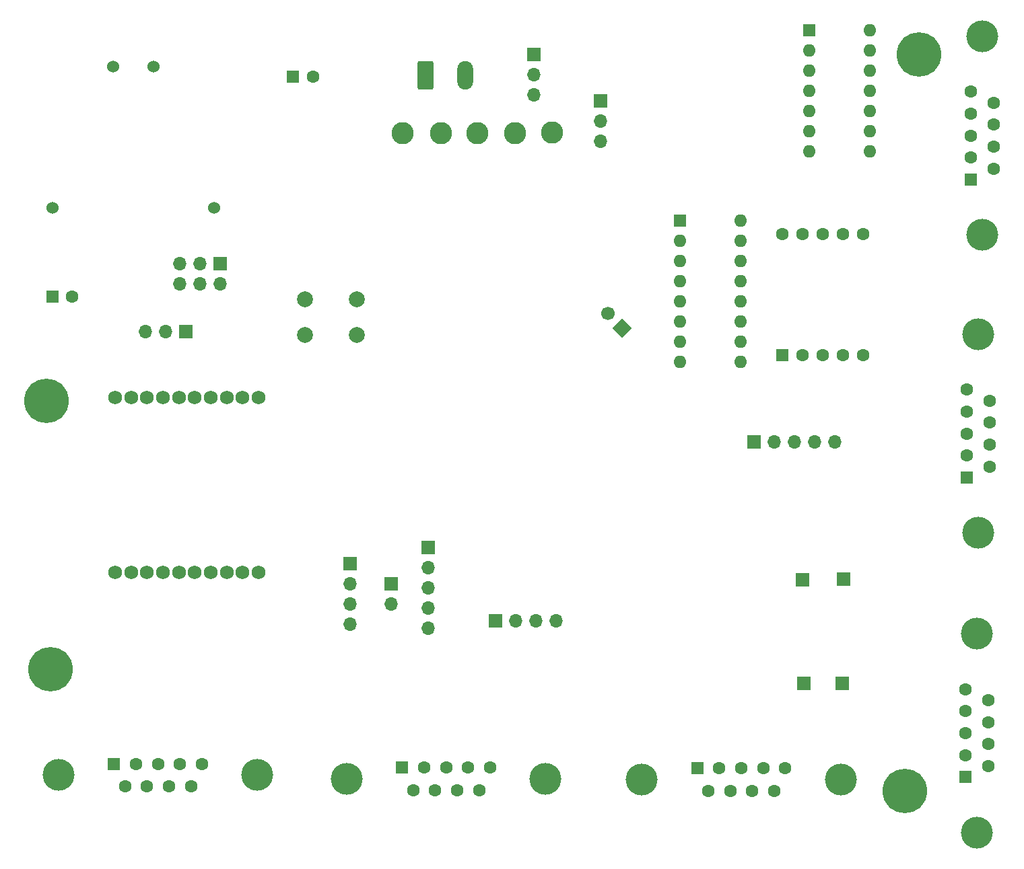
<source format=gbr>
%TF.GenerationSoftware,KiCad,Pcbnew,6.0.11-2627ca5db0~126~ubuntu20.04.1*%
%TF.CreationDate,2023-05-10T16:13:11+05:30*%
%TF.ProjectId,MVCU_F407,4d564355-5f46-4343-9037-2e6b69636164,rev?*%
%TF.SameCoordinates,Original*%
%TF.FileFunction,Soldermask,Bot*%
%TF.FilePolarity,Negative*%
%FSLAX46Y46*%
G04 Gerber Fmt 4.6, Leading zero omitted, Abs format (unit mm)*
G04 Created by KiCad (PCBNEW 6.0.11-2627ca5db0~126~ubuntu20.04.1) date 2023-05-10 16:13:11*
%MOMM*%
%LPD*%
G01*
G04 APERTURE LIST*
G04 Aperture macros list*
%AMRoundRect*
0 Rectangle with rounded corners*
0 $1 Rounding radius*
0 $2 $3 $4 $5 $6 $7 $8 $9 X,Y pos of 4 corners*
0 Add a 4 corners polygon primitive as box body*
4,1,4,$2,$3,$4,$5,$6,$7,$8,$9,$2,$3,0*
0 Add four circle primitives for the rounded corners*
1,1,$1+$1,$2,$3*
1,1,$1+$1,$4,$5*
1,1,$1+$1,$6,$7*
1,1,$1+$1,$8,$9*
0 Add four rect primitives between the rounded corners*
20,1,$1+$1,$2,$3,$4,$5,0*
20,1,$1+$1,$4,$5,$6,$7,0*
20,1,$1+$1,$6,$7,$8,$9,0*
20,1,$1+$1,$8,$9,$2,$3,0*%
%AMHorizOval*
0 Thick line with rounded ends*
0 $1 width*
0 $2 $3 position (X,Y) of the first rounded end (center of the circle)*
0 $4 $5 position (X,Y) of the second rounded end (center of the circle)*
0 Add line between two ends*
20,1,$1,$2,$3,$4,$5,0*
0 Add two circle primitives to create the rounded ends*
1,1,$1,$2,$3*
1,1,$1,$4,$5*%
%AMRotRect*
0 Rectangle, with rotation*
0 The origin of the aperture is its center*
0 $1 length*
0 $2 width*
0 $3 Rotation angle, in degrees counterclockwise*
0 Add horizontal line*
21,1,$1,$2,0,0,$3*%
G04 Aperture macros list end*
%ADD10R,1.600000X1.600000*%
%ADD11O,1.600000X1.600000*%
%ADD12C,2.800000*%
%ADD13C,4.000000*%
%ADD14C,1.600000*%
%ADD15C,1.727200*%
%ADD16C,5.600000*%
%ADD17R,1.700000X1.700000*%
%ADD18O,1.700000X1.700000*%
%ADD19RoundRect,0.250000X-0.750000X-1.550000X0.750000X-1.550000X0.750000X1.550000X-0.750000X1.550000X0*%
%ADD20O,2.000000X3.600000*%
%ADD21C,2.000000*%
%ADD22RotRect,1.700000X1.700000X225.000000*%
%ADD23HorizOval,1.700000X0.000000X0.000000X0.000000X0.000000X0*%
%ADD24C,1.524000*%
G04 APERTURE END LIST*
D10*
%TO.C,U1*%
X162371000Y-38394000D03*
D11*
X162371000Y-40934000D03*
X162371000Y-43474000D03*
X162371000Y-46014000D03*
X162371000Y-48554000D03*
X162371000Y-51094000D03*
X162371000Y-53634000D03*
X169991000Y-53634000D03*
X169991000Y-51094000D03*
X169991000Y-48554000D03*
X169991000Y-46014000D03*
X169991000Y-43474000D03*
X169991000Y-40934000D03*
X169991000Y-38394000D03*
%TD*%
D12*
%TO.C,+Vin*%
X130054000Y-51223000D03*
%TD*%
%TO.C,-Vin*%
X125355000Y-51350000D03*
%TD*%
D13*
%TO.C,J6*%
X183606107Y-76656893D03*
X183606107Y-101656893D03*
D10*
X182186107Y-94696893D03*
D14*
X182186107Y-91926893D03*
X182186107Y-89156893D03*
X182186107Y-86386893D03*
X182186107Y-83616893D03*
X185026107Y-93311893D03*
X185026107Y-90541893D03*
X185026107Y-87771893D03*
X185026107Y-85001893D03*
%TD*%
D15*
%TO.C,U9*%
X75100660Y-106648200D03*
X77102180Y-106648200D03*
X79101160Y-106648200D03*
X81102680Y-106648200D03*
X83101660Y-106648200D03*
X85100640Y-106648200D03*
X87102160Y-106648200D03*
X89101140Y-106648200D03*
X91102660Y-106648200D03*
X93101640Y-106648200D03*
X93101640Y-84651800D03*
X91102660Y-84651800D03*
X89101140Y-84651800D03*
X87102160Y-84651800D03*
X85100640Y-84651800D03*
X83101660Y-84651800D03*
X81102680Y-84651800D03*
X79101160Y-84651800D03*
X77102180Y-84651800D03*
X75100660Y-84651800D03*
%TD*%
D10*
%TO.C,U10*%
X158995000Y-79300000D03*
D14*
X161535000Y-79300000D03*
X164075000Y-79300000D03*
X166615000Y-79300000D03*
X169155000Y-79300000D03*
X169155000Y-64060000D03*
X166615000Y-64060000D03*
X164075000Y-64060000D03*
X161535000Y-64060000D03*
X158995000Y-64060000D03*
%TD*%
D16*
%TO.C,H4*%
X176155000Y-41444000D03*
%TD*%
%TO.C,H2*%
X66932107Y-118792893D03*
%TD*%
D17*
%TO.C,J2*%
X114425000Y-103525000D03*
D18*
X114425000Y-106065000D03*
X114425000Y-108605000D03*
X114425000Y-111145000D03*
X114425000Y-113685000D03*
%TD*%
D13*
%TO.C,J7*%
X104222107Y-132632562D03*
X129222107Y-132632562D03*
D10*
X111182107Y-131212562D03*
D14*
X113952107Y-131212562D03*
X116722107Y-131212562D03*
X119492107Y-131212562D03*
X122262107Y-131212562D03*
X112567107Y-134052562D03*
X115337107Y-134052562D03*
X118107107Y-134052562D03*
X120877107Y-134052562D03*
%TD*%
D13*
%TO.C,J11*%
X184125776Y-39156893D03*
X184125776Y-64156893D03*
D10*
X182705776Y-57196893D03*
D14*
X182705776Y-54426893D03*
X182705776Y-51656893D03*
X182705776Y-48886893D03*
X182705776Y-46116893D03*
X185545776Y-55811893D03*
X185545776Y-53041893D03*
X185545776Y-50271893D03*
X185545776Y-47501893D03*
%TD*%
D17*
%TO.C,J20*%
X161677000Y-120565000D03*
%TD*%
%TO.C,J13*%
X155400000Y-90200000D03*
D18*
X157940000Y-90200000D03*
X160480000Y-90200000D03*
X163020000Y-90200000D03*
X165560000Y-90200000D03*
%TD*%
D17*
%TO.C,J16*%
X127768000Y-41459000D03*
D18*
X127768000Y-43999000D03*
X127768000Y-46539000D03*
%TD*%
D17*
%TO.C,J10*%
X104625000Y-105500000D03*
D18*
X104625000Y-108040000D03*
X104625000Y-110580000D03*
X104625000Y-113120000D03*
%TD*%
D13*
%TO.C,J12*%
X183452669Y-139356893D03*
X183452669Y-114356893D03*
D10*
X182032669Y-132396893D03*
D14*
X182032669Y-129626893D03*
X182032669Y-126856893D03*
X182032669Y-124086893D03*
X182032669Y-121316893D03*
X184872669Y-131011893D03*
X184872669Y-128241893D03*
X184872669Y-125471893D03*
X184872669Y-122701893D03*
%TD*%
D17*
%TO.C,J21*%
X166657000Y-107455000D03*
%TD*%
D10*
%TO.C,U8*%
X146105000Y-62327500D03*
D11*
X146105000Y-64867500D03*
X146105000Y-67407500D03*
X146105000Y-69947500D03*
X146105000Y-72487500D03*
X146105000Y-75027500D03*
X146105000Y-77567500D03*
X146105000Y-80107500D03*
X153725000Y-80107500D03*
X153725000Y-77567500D03*
X153725000Y-75027500D03*
X153725000Y-72487500D03*
X153725000Y-69947500D03*
X153725000Y-67407500D03*
X153725000Y-64867500D03*
X153725000Y-62327500D03*
%TD*%
D16*
%TO.C,H3*%
X66475000Y-85000000D03*
%TD*%
D12*
%TO.C,+5V*%
X111258000Y-51350000D03*
%TD*%
D19*
%TO.C,J5*%
X114152107Y-44071500D03*
D20*
X119152107Y-44071500D03*
%TD*%
D17*
%TO.C,J17*%
X88275000Y-67750000D03*
D18*
X88275000Y-70290000D03*
X85735000Y-67750000D03*
X85735000Y-70290000D03*
X83195000Y-67750000D03*
X83195000Y-70290000D03*
%TD*%
D17*
%TO.C,J22*%
X166503000Y-120565000D03*
%TD*%
D13*
%TO.C,J4*%
X67972107Y-132132562D03*
X92972107Y-132132562D03*
D10*
X74932107Y-130712562D03*
D14*
X77702107Y-130712562D03*
X80472107Y-130712562D03*
X83242107Y-130712562D03*
X86012107Y-130712562D03*
X76317107Y-133552562D03*
X79087107Y-133552562D03*
X81857107Y-133552562D03*
X84627107Y-133552562D03*
%TD*%
D17*
%TO.C,J14*%
X122925000Y-112700000D03*
D18*
X125465000Y-112700000D03*
X128005000Y-112700000D03*
X130545000Y-112700000D03*
%TD*%
D16*
%TO.C,H1*%
X174425000Y-134100000D03*
%TD*%
D17*
%TO.C,J18*%
X83975000Y-76300000D03*
D18*
X81435000Y-76300000D03*
X78895000Y-76300000D03*
%TD*%
D12*
%TO.C,3V3*%
X116084000Y-51350000D03*
%TD*%
D13*
%TO.C,J8*%
X166322107Y-132682562D03*
X141322107Y-132682562D03*
D10*
X148282107Y-131262562D03*
D14*
X151052107Y-131262562D03*
X153822107Y-131262562D03*
X156592107Y-131262562D03*
X159362107Y-131262562D03*
X149667107Y-134102562D03*
X152437107Y-134102562D03*
X155207107Y-134102562D03*
X157977107Y-134102562D03*
%TD*%
D21*
%TO.C,SW1*%
X105482107Y-72242893D03*
X98982107Y-72242893D03*
X105482107Y-76742893D03*
X98982107Y-76742893D03*
%TD*%
D17*
%TO.C,J19*%
X161507000Y-107530000D03*
%TD*%
D10*
%TO.C,C27*%
X67172349Y-71900000D03*
D14*
X69672349Y-71900000D03*
%TD*%
D22*
%TO.C,J15*%
X138826562Y-75851562D03*
D23*
X137030511Y-74055511D03*
%TD*%
D24*
%TO.C,U7*%
X79872107Y-42913893D03*
X74792107Y-42913893D03*
X67172107Y-60693893D03*
X87492107Y-60693893D03*
%TD*%
D12*
%TO.C,GND*%
X120656000Y-51350000D03*
%TD*%
D17*
%TO.C,J1*%
X136150000Y-47275000D03*
D18*
X136150000Y-49815000D03*
X136150000Y-52355000D03*
%TD*%
D10*
%TO.C,C24*%
X97472349Y-44200000D03*
D14*
X99972349Y-44200000D03*
%TD*%
D17*
%TO.C,J23*%
X109825000Y-108065000D03*
D18*
X109825000Y-110605000D03*
%TD*%
M02*

</source>
